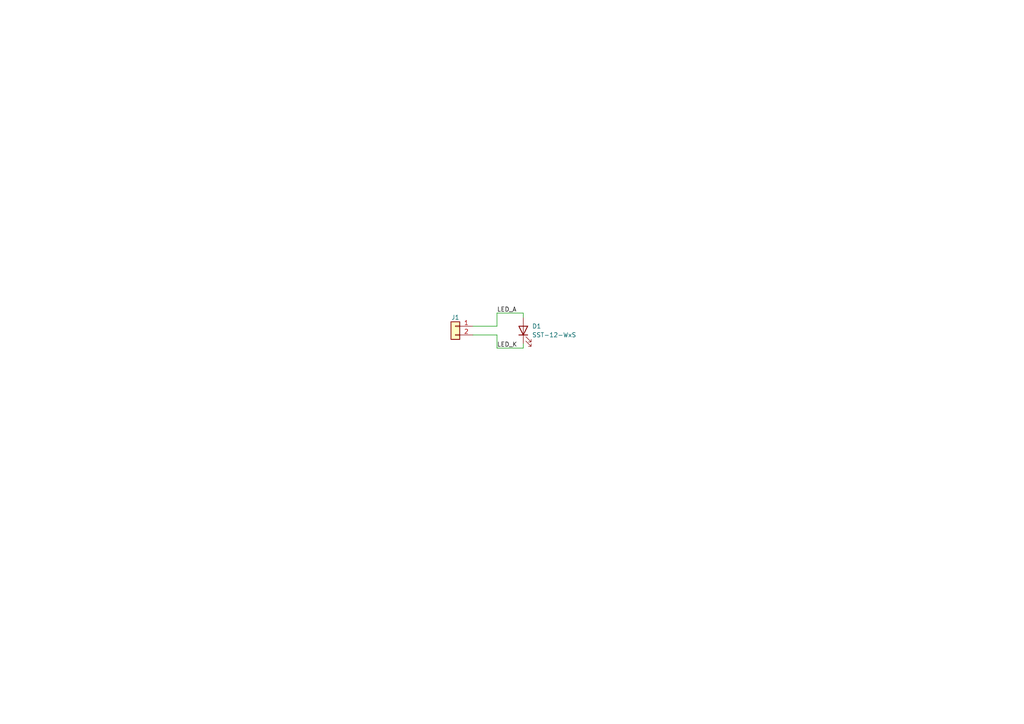
<source format=kicad_sch>
(kicad_sch (version 20230121) (generator eeschema)
  (paper "A4")
  (lib_symbols
    (symbol "Connector_Generic:Conn_01x02" (pin_names (offset 1.016) hide)
      (property "Reference" "J" (at 0 2.54 0))
      (property "Value" "Conn_01x02" (at 0 -5.08 0))
      (symbol "Conn_01x02_1_1"
        (rectangle (start -1.27 -2.413) (end 0 -2.667) (stroke (width 0.1524)))
        (rectangle (start -1.27 0.127) (end 0 -0.127) (stroke (width 0.1524)))
        (rectangle (start -1.27 1.27) (end 1.27 -3.81) (stroke (width 0.254)) (fill (type background)))
        (pin passive line (at -5.08 0 0) (length 3.81) (name "Pin_1") (number "1"))
        (pin passive line (at -5.08 -2.54 0) (length 3.81) (name "Pin_2") (number "2"))
      )
    )
    (symbol "Device:LED" (pin_numbers hide) (pin_names (offset 1.016) hide)
      (property "Reference" "D" (at 0 2.54 0))
      (property "Value" "LED" (at 0 -2.54 0))
      (symbol "LED_0_1"
        (polyline (pts (xy -1.27 -1.27) (xy -1.27 1.27)) (stroke (width 0.254)))
        (polyline (pts (xy -1.27 0) (xy 1.27 0)))
        (polyline (pts (xy 1.27 -1.27) (xy 1.27 1.27) (xy -1.27 0) (xy 1.27 -1.27)) (stroke (width 0.254)))
        (polyline (pts (xy -3.048 -0.762) (xy -4.572 -2.286) (xy -3.81 -2.286) (xy -4.572 -2.286) (xy -4.572 -1.524)))
        (polyline (pts (xy -1.778 -0.762) (xy -3.302 -2.286) (xy -2.54 -2.286) (xy -3.302 -2.286) (xy -3.302 -1.524)))
      )
      (symbol "LED_1_1"
        (pin passive line (at -3.81 0 0) (length 2.54) (name "K") (number "1"))
        (pin passive line (at 3.81 0 180) (length 2.54) (name "A") (number "2"))
      )
    )
  )
  (wire (pts (xy 151.765 90.805) (xy 151.765 92.075)))
  (wire (pts (xy 137.16 97.155) (xy 144.145 97.155)))
  (wire (pts (xy 137.16 94.615) (xy 144.145 94.615)))
  (wire (pts (xy 151.765 100.965) (xy 151.765 99.695)))
  (wire (pts (xy 144.145 94.615) (xy 144.145 90.805)))
  (wire (pts (xy 144.145 100.965) (xy 151.765 100.965)))
  (wire (pts (xy 144.145 97.155) (xy 144.145 100.965)))
  (wire (pts (xy 144.145 90.805) (xy 151.765 90.805)))
  (label "LED_K" (at 144.145 100.965 0))
  (label "LED_A" (at 144.145 90.805 0))
  (symbol (lib_id "Device:LED") (at 151.765 95.885 90) (unit 1)
    (property "Reference" "D1" (at 154.305 94.615 90) (effects (justify right)))
    (property "Value" "SST-12-WxS" (at 154.305 97.155 90) (effects (justify right)))
    (property "Footprint" "local:SST-12-WxS" (effects hide))
  )
  (symbol (lib_id "Connector_Generic:Conn_01x02") (at 132.08 94.615 0) (mirror y) (unit 1)
    (property "Reference" "J1" (at 132.08 92.075 0))
    (property "Value" "Conn_01x02" (effects hide))
    (property "Footprint" "local:2Pad" (effects hide))
  )
)
</source>
